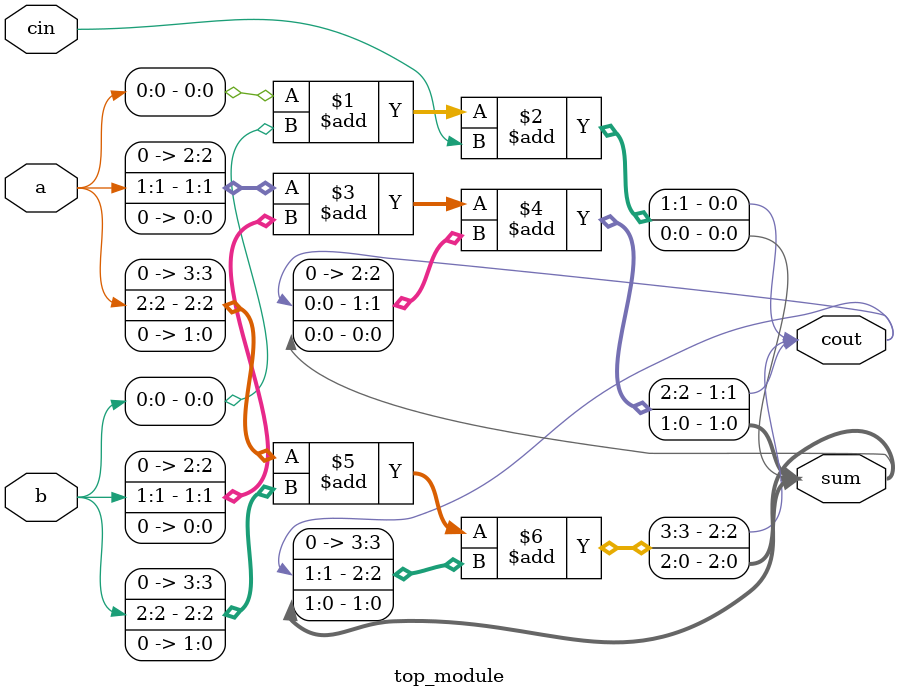
<source format=v>
module full_adder(
	input	wire		a,b,cin,
    output	wire		cout,sum
);
    assign {cout,sum} = a+b+cin;

endmodule

module top_module( 
    input [2:0] a, b,
    input cin,
    output [2:0] cout,
    output [2:0] sum );
/*
    //version1
    full_adder u0(.a(a[0]), .b(b[0]), .cin(cin), .cout(cout[0]), .sum(sum[0]));
    full_adder u1(.a(a[1]), .b(b[1]), .cin(cout[0]), .cout(cout[1]), .sum(sum[1]));
    full_adder u2(.a(a[2]), .b(b[2]), .cin(cout[1]), .cout(cout[2]), .sum(sum[2]));
*/   
    //version2
    assign {cout[0],sum[0]} = a[0]+b[0]+cin;
    assign {cout[1],sum[1:0]} = {a[1],1'b0}+{b[1],1'b0}+{cout[0],sum[0]};
    assign {cout[2],sum} = {a[2],2'b0}+{b[2],2'b0}+{cout[1],sum[1:0]};
    
endmodule
</source>
